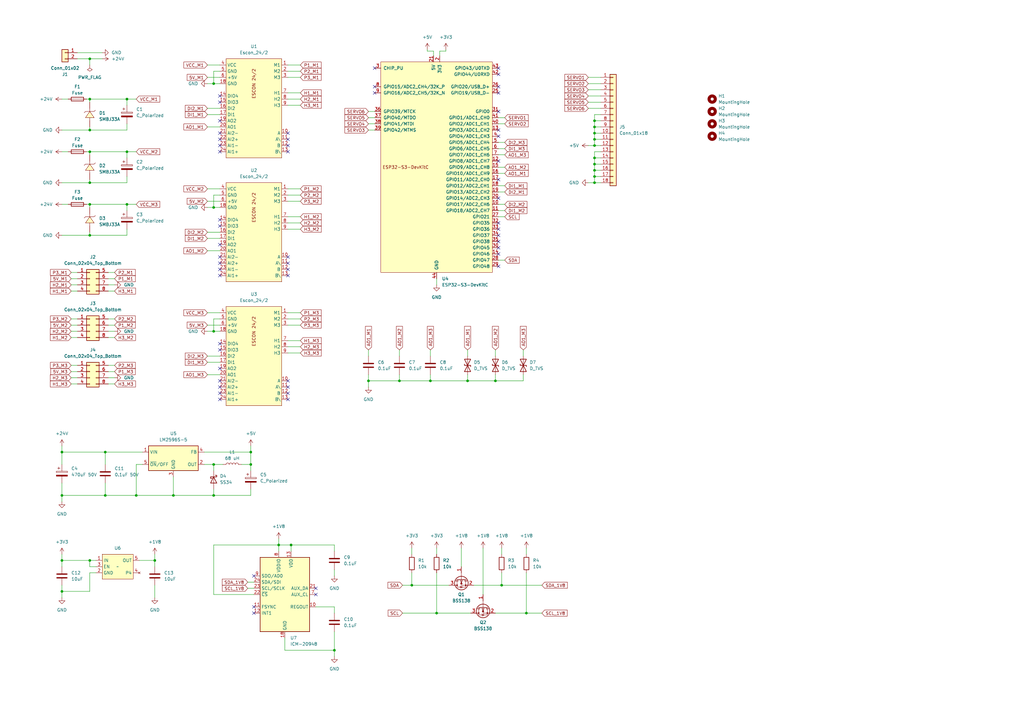
<source format=kicad_sch>
(kicad_sch (version 20230121) (generator eeschema)
  (paper "A3")
  (junction (at 36.83 40.64))
  (junction (at 243.84 54.61))
  (junction (at 43.18 185.42))
  (junction (at 87.63 190.5))
  (junction (at 215.9 251.46))
  (junction (at 25.4 203.2))
  (junction (at 119.38 223.52))
  (junction (at 243.84 49.53))
  (junction (at 151.13 156.21))
  (junction (at 52.07 62.23))
  (junction (at 87.63 34.29))
  (junction (at 71.12 203.2))
  (junction (at 25.4 185.42))
  (junction (at 243.84 69.85))
  (junction (at 36.83 24.13))
  (junction (at 191.77 156.21))
  (junction (at 243.84 72.39))
  (junction (at 243.84 52.07))
  (junction (at 87.63 85.09))
  (junction (at 63.5 229.87))
  (junction (at 176.53 156.21))
  (junction (at 102.87 190.5))
  (junction (at 243.84 57.15))
  (junction (at 163.83 156.21))
  (junction (at 205.74 240.03))
  (junction (at 114.3 223.52))
  (junction (at 36.83 229.87))
  (junction (at 243.84 64.77))
  (junction (at 243.84 67.31))
  (junction (at 25.4 229.87))
  (junction (at 52.07 83.82))
  (junction (at 243.84 59.69))
  (junction (at 168.91 240.03))
  (junction (at 36.83 74.93))
  (junction (at 102.87 185.42))
  (junction (at 43.18 203.2))
  (junction (at 179.07 251.46))
  (junction (at 87.63 135.89))
  (junction (at 55.88 203.2))
  (junction (at 36.83 62.23))
  (junction (at 36.83 83.82))
  (junction (at 36.83 53.34))
  (junction (at 25.4 242.57))
  (junction (at 36.83 96.52))
  (junction (at 87.63 203.2))
  (junction (at 52.07 40.64))
  (junction (at 137.16 266.7))
  (junction (at 203.2 156.21))
  (junction (at 243.84 74.93))
  (no_connect (at 118.11 107.95))
  (no_connect (at 204.47 30.48))
  (no_connect (at 204.47 73.66))
  (no_connect (at 104.14 248.92))
  (no_connect (at 204.47 45.72))
  (no_connect (at 90.17 161.29))
  (no_connect (at 118.11 156.21))
  (no_connect (at 90.17 110.49))
  (no_connect (at 90.17 158.75))
  (no_connect (at 90.17 49.53))
  (no_connect (at 118.11 110.49))
  (no_connect (at 90.17 156.21))
  (no_connect (at 204.47 101.6))
  (no_connect (at 129.54 243.84))
  (no_connect (at 90.17 105.41))
  (no_connect (at 90.17 59.69))
  (no_connect (at 104.14 251.46))
  (no_connect (at 118.11 54.61))
  (no_connect (at 118.11 113.03))
  (no_connect (at 90.17 57.15))
  (no_connect (at 204.47 99.06))
  (no_connect (at 90.17 54.61))
  (no_connect (at 90.17 143.51))
  (no_connect (at 90.17 107.95))
  (no_connect (at 90.17 113.03))
  (no_connect (at 204.47 93.98))
  (no_connect (at 204.47 55.88))
  (no_connect (at 204.47 109.22))
  (no_connect (at 118.11 105.41))
  (no_connect (at 90.17 62.23))
  (no_connect (at 129.54 241.3))
  (no_connect (at 204.47 38.1))
  (no_connect (at 204.47 96.52))
  (no_connect (at 118.11 57.15))
  (no_connect (at 90.17 100.33))
  (no_connect (at 204.47 35.56))
  (no_connect (at 204.47 53.34))
  (no_connect (at 204.47 27.94))
  (no_connect (at 104.14 236.22))
  (no_connect (at 90.17 140.97))
  (no_connect (at 90.17 92.71))
  (no_connect (at 118.11 163.83))
  (no_connect (at 153.67 35.56))
  (no_connect (at 90.17 41.91))
  (no_connect (at 90.17 39.37))
  (no_connect (at 118.11 161.29))
  (no_connect (at 204.47 91.44))
  (no_connect (at 204.47 66.04))
  (no_connect (at 204.47 81.28))
  (no_connect (at 153.67 38.1))
  (no_connect (at 90.17 151.13))
  (no_connect (at 118.11 62.23))
  (no_connect (at 204.47 104.14))
  (no_connect (at 90.17 163.83))
  (no_connect (at 153.67 27.94))
  (no_connect (at 118.11 158.75))
  (no_connect (at 118.11 59.69))
  (no_connect (at 90.17 90.17))
  (wire (pts (xy 204.47 86.36) (xy 207.01 86.36)))
  (wire (pts (xy 179.07 114.3) (xy 179.07 116.84)))
  (wire (pts (xy 29.21 135.89) (xy 31.75 135.89)))
  (wire (pts (xy 203.2 251.46) (xy 215.9 251.46)))
  (wire (pts (xy 87.63 135.89) (xy 90.17 135.89)))
  (wire (pts (xy 241.3 59.69) (xy 243.84 59.69)))
  (wire (pts (xy 114.3 220.98) (xy 114.3 223.52)))
  (wire (pts (xy 204.47 50.8) (xy 207.01 50.8)))
  (wire (pts (xy 63.5 227.33) (xy 63.5 229.87)))
  (wire (pts (xy 29.21 114.3) (xy 31.75 114.3)))
  (wire (pts (xy 176.53 153.67) (xy 176.53 156.21)))
  (wire (pts (xy 44.45 133.35) (xy 46.99 133.35)))
  (wire (pts (xy 243.84 69.85) (xy 243.84 72.39)))
  (wire (pts (xy 85.09 31.75) (xy 90.17 31.75)))
  (wire (pts (xy 29.21 119.38) (xy 31.75 119.38)))
  (wire (pts (xy 52.07 62.23) (xy 55.88 62.23)))
  (wire (pts (xy 25.4 198.12) (xy 25.4 203.2)))
  (wire (pts (xy 52.07 64.77) (xy 52.07 62.23)))
  (wire (pts (xy 114.3 223.52) (xy 114.3 226.06)))
  (wire (pts (xy 241.3 36.83) (xy 246.38 36.83)))
  (wire (pts (xy 203.2 153.67) (xy 203.2 156.21)))
  (wire (pts (xy 83.82 190.5) (xy 87.63 190.5)))
  (wire (pts (xy 36.83 74.93) (xy 52.07 74.93)))
  (wire (pts (xy 85.09 85.09) (xy 87.63 85.09)))
  (wire (pts (xy 194.31 240.03) (xy 205.74 240.03)))
  (wire (pts (xy 198.12 224.79) (xy 198.12 243.84)))
  (wire (pts (xy 119.38 226.06) (xy 119.38 223.52)))
  (wire (pts (xy 179.07 224.79) (xy 179.07 227.33)))
  (wire (pts (xy 58.42 190.5) (xy 55.88 190.5)))
  (wire (pts (xy 102.87 182.88) (xy 102.87 185.42)))
  (wire (pts (xy 55.88 190.5) (xy 55.88 203.2)))
  (wire (pts (xy 35.56 40.64) (xy 36.83 40.64)))
  (wire (pts (xy 204.47 68.58) (xy 207.01 68.58)))
  (wire (pts (xy 36.83 62.23) (xy 52.07 62.23)))
  (wire (pts (xy 52.07 43.18) (xy 52.07 40.64)))
  (wire (pts (xy 204.47 63.5) (xy 207.01 63.5)))
  (wire (pts (xy 118.11 139.7) (xy 123.19 139.7)))
  (wire (pts (xy 52.07 83.82) (xy 55.88 83.82)))
  (wire (pts (xy 175.26 20.955) (xy 177.8 20.955)))
  (wire (pts (xy 137.16 233.68) (xy 137.16 236.22)))
  (wire (pts (xy 137.16 248.92) (xy 137.16 251.46)))
  (wire (pts (xy 102.87 203.2) (xy 87.63 203.2)))
  (wire (pts (xy 246.38 72.39) (xy 243.84 72.39)))
  (wire (pts (xy 189.23 224.79) (xy 189.23 232.41)))
  (wire (pts (xy 243.84 49.53) (xy 243.84 46.99)))
  (wire (pts (xy 137.16 226.06) (xy 137.16 223.52)))
  (wire (pts (xy 44.45 114.3) (xy 46.99 114.3)))
  (wire (pts (xy 52.07 86.36) (xy 52.07 83.82)))
  (wire (pts (xy 36.83 83.82) (xy 36.83 85.09)))
  (wire (pts (xy 191.77 153.67) (xy 191.77 156.21)))
  (wire (pts (xy 85.09 128.27) (xy 90.17 128.27)))
  (wire (pts (xy 44.45 116.84) (xy 46.99 116.84)))
  (wire (pts (xy 246.38 54.61) (xy 243.84 54.61)))
  (wire (pts (xy 118.11 38.1) (xy 123.19 38.1)))
  (wire (pts (xy 118.11 128.27) (xy 123.19 128.27)))
  (wire (pts (xy 176.53 143.51) (xy 176.53 146.05)))
  (wire (pts (xy 36.83 40.64) (xy 36.83 41.91)))
  (wire (pts (xy 25.4 240.03) (xy 25.4 242.57)))
  (wire (pts (xy 205.74 234.95) (xy 205.74 240.03)))
  (wire (pts (xy 243.84 46.99) (xy 246.38 46.99)))
  (wire (pts (xy 137.16 266.7) (xy 137.16 269.24)))
  (wire (pts (xy 163.83 156.21) (xy 176.53 156.21)))
  (wire (pts (xy 165.1 251.46) (xy 179.07 251.46)))
  (wire (pts (xy 246.38 59.69) (xy 243.84 59.69)))
  (wire (pts (xy 85.09 34.29) (xy 87.63 34.29)))
  (wire (pts (xy 29.21 157.48) (xy 31.75 157.48)))
  (wire (pts (xy 243.84 52.07) (xy 243.84 49.53)))
  (wire (pts (xy 118.11 130.81) (xy 123.19 130.81)))
  (wire (pts (xy 246.38 49.53) (xy 243.84 49.53)))
  (wire (pts (xy 52.07 50.8) (xy 52.07 53.34)))
  (wire (pts (xy 241.3 34.29) (xy 246.38 34.29)))
  (wire (pts (xy 151.13 50.8) (xy 153.67 50.8)))
  (wire (pts (xy 246.38 67.31) (xy 243.84 67.31)))
  (wire (pts (xy 118.11 26.67) (xy 123.19 26.67)))
  (wire (pts (xy 29.21 130.81) (xy 31.75 130.81)))
  (wire (pts (xy 25.4 229.87) (xy 25.4 232.41)))
  (wire (pts (xy 241.3 74.93) (xy 243.84 74.93)))
  (wire (pts (xy 52.07 72.39) (xy 52.07 74.93)))
  (wire (pts (xy 163.83 143.51) (xy 163.83 146.05)))
  (wire (pts (xy 246.38 74.93) (xy 243.84 74.93)))
  (wire (pts (xy 182.88 20.955) (xy 180.34 20.955)))
  (wire (pts (xy 116.84 266.7) (xy 137.16 266.7)))
  (wire (pts (xy 129.54 248.92) (xy 137.16 248.92)))
  (wire (pts (xy 204.47 83.82) (xy 207.01 83.82)))
  (wire (pts (xy 118.11 77.47) (xy 123.19 77.47)))
  (wire (pts (xy 87.63 190.5) (xy 91.44 190.5)))
  (wire (pts (xy 168.91 224.79) (xy 168.91 227.33)))
  (wire (pts (xy 168.91 234.95) (xy 168.91 240.03)))
  (wire (pts (xy 203.2 143.51) (xy 203.2 146.05)))
  (wire (pts (xy 39.37 232.41) (xy 36.83 232.41)))
  (wire (pts (xy 85.09 135.89) (xy 87.63 135.89)))
  (wire (pts (xy 44.45 149.86) (xy 46.99 149.86)))
  (wire (pts (xy 29.21 111.76) (xy 31.75 111.76)))
  (wire (pts (xy 204.47 106.68) (xy 207.01 106.68)))
  (wire (pts (xy 204.47 60.96) (xy 207.01 60.96)))
  (wire (pts (xy 191.77 156.21) (xy 203.2 156.21)))
  (wire (pts (xy 25.4 203.2) (xy 43.18 203.2)))
  (wire (pts (xy 241.3 44.45) (xy 246.38 44.45)))
  (wire (pts (xy 85.09 146.05) (xy 90.17 146.05)))
  (wire (pts (xy 116.84 261.62) (xy 116.84 266.7)))
  (wire (pts (xy 118.11 144.78) (xy 123.19 144.78)))
  (wire (pts (xy 36.83 234.95) (xy 36.83 242.57)))
  (wire (pts (xy 85.09 95.25) (xy 90.17 95.25)))
  (wire (pts (xy 29.21 116.84) (xy 31.75 116.84)))
  (wire (pts (xy 182.88 20.32) (xy 182.88 20.955)))
  (wire (pts (xy 87.63 80.01) (xy 87.63 85.09)))
  (wire (pts (xy 25.4 96.52) (xy 36.83 96.52)))
  (wire (pts (xy 85.09 102.87) (xy 90.17 102.87)))
  (wire (pts (xy 43.18 185.42) (xy 58.42 185.42)))
  (wire (pts (xy 151.13 53.34) (xy 153.67 53.34)))
  (wire (pts (xy 85.09 97.79) (xy 90.17 97.79)))
  (wire (pts (xy 25.4 83.82) (xy 27.94 83.82)))
  (wire (pts (xy 71.12 195.58) (xy 71.12 203.2)))
  (wire (pts (xy 57.15 229.87) (xy 63.5 229.87)))
  (wire (pts (xy 243.84 72.39) (xy 243.84 74.93)))
  (wire (pts (xy 243.84 59.69) (xy 243.84 57.15)))
  (wire (pts (xy 90.17 29.21) (xy 87.63 29.21)))
  (wire (pts (xy 36.83 52.07) (xy 36.83 53.34)))
  (wire (pts (xy 43.18 198.12) (xy 43.18 203.2)))
  (wire (pts (xy 52.07 40.64) (xy 55.88 40.64)))
  (wire (pts (xy 36.83 232.41) (xy 36.83 229.87)))
  (wire (pts (xy 205.74 240.03) (xy 222.25 240.03)))
  (wire (pts (xy 177.8 20.955) (xy 177.8 22.86)))
  (wire (pts (xy 137.16 259.08) (xy 137.16 266.7)))
  (wire (pts (xy 191.77 143.51) (xy 191.77 146.05)))
  (wire (pts (xy 36.83 53.34) (xy 52.07 53.34)))
  (wire (pts (xy 204.47 76.2) (xy 207.01 76.2)))
  (wire (pts (xy 90.17 130.81) (xy 87.63 130.81)))
  (wire (pts (xy 25.4 62.23) (xy 27.94 62.23)))
  (wire (pts (xy 87.63 190.5) (xy 87.63 193.04)))
  (wire (pts (xy 102.87 200.66) (xy 102.87 203.2)))
  (wire (pts (xy 25.4 227.33) (xy 25.4 229.87)))
  (wire (pts (xy 25.4 185.42) (xy 43.18 185.42)))
  (wire (pts (xy 36.83 96.52) (xy 52.07 96.52)))
  (wire (pts (xy 36.83 62.23) (xy 36.83 63.5)))
  (wire (pts (xy 63.5 240.03) (xy 63.5 245.11)))
  (wire (pts (xy 44.45 130.81) (xy 46.99 130.81)))
  (wire (pts (xy 176.53 156.21) (xy 191.77 156.21)))
  (wire (pts (xy 165.1 240.03) (xy 168.91 240.03)))
  (wire (pts (xy 25.4 74.93) (xy 36.83 74.93)))
  (wire (pts (xy 119.38 223.52) (xy 114.3 223.52)))
  (wire (pts (xy 118.11 88.9) (xy 123.19 88.9)))
  (wire (pts (xy 83.82 185.42) (xy 102.87 185.42)))
  (wire (pts (xy 87.63 200.66) (xy 87.63 203.2)))
  (wire (pts (xy 25.4 40.64) (xy 27.94 40.64)))
  (wire (pts (xy 246.38 64.77) (xy 243.84 64.77)))
  (wire (pts (xy 175.26 20.32) (xy 175.26 20.955)))
  (wire (pts (xy 243.84 54.61) (xy 243.84 52.07)))
  (wire (pts (xy 180.34 20.955) (xy 180.34 22.86)))
  (wire (pts (xy 29.21 138.43) (xy 31.75 138.43)))
  (wire (pts (xy 204.47 78.74) (xy 207.01 78.74)))
  (wire (pts (xy 85.09 52.07) (xy 90.17 52.07)))
  (wire (pts (xy 25.4 203.2) (xy 25.4 205.74)))
  (wire (pts (xy 25.4 53.34) (xy 36.83 53.34)))
  (wire (pts (xy 168.91 240.03) (xy 184.15 240.03)))
  (wire (pts (xy 35.56 83.82) (xy 36.83 83.82)))
  (wire (pts (xy 36.83 24.13) (xy 36.83 26.67)))
  (wire (pts (xy 85.09 133.35) (xy 90.17 133.35)))
  (wire (pts (xy 36.83 73.66) (xy 36.83 74.93)))
  (wire (pts (xy 246.38 57.15) (xy 243.84 57.15)))
  (wire (pts (xy 87.63 223.52) (xy 87.63 243.84)))
  (wire (pts (xy 85.09 82.55) (xy 90.17 82.55)))
  (wire (pts (xy 29.21 154.94) (xy 31.75 154.94)))
  (wire (pts (xy 25.4 185.42) (xy 25.4 190.5)))
  (wire (pts (xy 118.11 43.18) (xy 123.19 43.18)))
  (wire (pts (xy 36.83 229.87) (xy 39.37 229.87)))
  (wire (pts (xy 44.45 157.48) (xy 46.99 157.48)))
  (wire (pts (xy 118.11 82.55) (xy 123.19 82.55)))
  (wire (pts (xy 204.47 88.9) (xy 207.01 88.9)))
  (wire (pts (xy 44.45 152.4) (xy 46.99 152.4)))
  (wire (pts (xy 29.21 149.86) (xy 31.75 149.86)))
  (wire (pts (xy 85.09 46.99) (xy 90.17 46.99)))
  (wire (pts (xy 87.63 34.29) (xy 90.17 34.29)))
  (wire (pts (xy 246.38 69.85) (xy 243.84 69.85)))
  (wire (pts (xy 44.45 154.94) (xy 46.99 154.94)))
  (wire (pts (xy 87.63 29.21) (xy 87.63 34.29)))
  (wire (pts (xy 44.45 119.38) (xy 46.99 119.38)))
  (wire (pts (xy 102.87 190.5) (xy 102.87 193.04)))
  (wire (pts (xy 43.18 203.2) (xy 55.88 203.2)))
  (wire (pts (xy 215.9 234.95) (xy 215.9 251.46)))
  (wire (pts (xy 85.09 148.59) (xy 90.17 148.59)))
  (wire (pts (xy 215.9 251.46) (xy 222.25 251.46)))
  (wire (pts (xy 39.37 234.95) (xy 36.83 234.95)))
  (wire (pts (xy 36.83 95.25) (xy 36.83 96.52)))
  (wire (pts (xy 31.75 21.59) (xy 41.91 21.59)))
  (wire (pts (xy 151.13 143.51) (xy 151.13 146.05)))
  (wire (pts (xy 85.09 77.47) (xy 90.17 77.47)))
  (wire (pts (xy 243.84 64.77) (xy 243.84 62.23)))
  (wire (pts (xy 25.4 229.87) (xy 36.83 229.87)))
  (wire (pts (xy 151.13 156.21) (xy 151.13 158.75)))
  (wire (pts (xy 43.18 185.42) (xy 43.18 190.5)))
  (wire (pts (xy 243.84 62.23) (xy 246.38 62.23)))
  (wire (pts (xy 118.11 93.98) (xy 123.19 93.98)))
  (wire (pts (xy 246.38 52.07) (xy 243.84 52.07)))
  (wire (pts (xy 44.45 135.89) (xy 46.99 135.89)))
  (wire (pts (xy 204.47 71.12) (xy 207.01 71.12)))
  (wire (pts (xy 87.63 130.81) (xy 87.63 135.89)))
  (wire (pts (xy 87.63 243.84) (xy 104.14 243.84)))
  (wire (pts (xy 118.11 29.21) (xy 123.19 29.21)))
  (wire (pts (xy 151.13 48.26) (xy 153.67 48.26)))
  (wire (pts (xy 29.21 133.35) (xy 31.75 133.35)))
  (wire (pts (xy 44.45 138.43) (xy 46.99 138.43)))
  (wire (pts (xy 214.63 153.67) (xy 214.63 156.21)))
  (wire (pts (xy 85.09 26.67) (xy 90.17 26.67)))
  (wire (pts (xy 90.17 80.01) (xy 87.63 80.01)))
  (wire (pts (xy 204.47 48.26) (xy 207.01 48.26)))
  (wire (pts (xy 118.11 31.75) (xy 123.19 31.75)))
  (wire (pts (xy 179.07 251.46) (xy 193.04 251.46)))
  (wire (pts (xy 87.63 203.2) (xy 71.12 203.2)))
  (wire (pts (xy 205.74 224.79) (xy 205.74 227.33)))
  (wire (pts (xy 118.11 133.35) (xy 123.19 133.35)))
  (wire (pts (xy 241.3 41.91) (xy 246.38 41.91)))
  (wire (pts (xy 243.84 67.31) (xy 243.84 69.85)))
  (wire (pts (xy 114.3 223.52) (xy 87.63 223.52)))
  (wire (pts (xy 118.11 142.24) (xy 123.19 142.24)))
  (wire (pts (xy 71.12 203.2) (xy 55.88 203.2)))
  (wire (pts (xy 137.16 223.52) (xy 119.38 223.52)))
  (wire (pts (xy 36.83 83.82) (xy 52.07 83.82)))
  (wire (pts (xy 151.13 156.21) (xy 163.83 156.21)))
  (wire (pts (xy 243.84 64.77) (xy 243.84 67.31)))
  (wire (pts (xy 87.63 85.09) (xy 90.17 85.09)))
  (wire (pts (xy 85.09 153.67) (xy 90.17 153.67)))
  (wire (pts (xy 151.13 153.67) (xy 151.13 156.21)))
  (wire (pts (xy 99.06 190.5) (xy 102.87 190.5)))
  (wire (pts (xy 52.07 93.98) (xy 52.07 96.52)))
  (wire (pts (xy 179.07 234.95) (xy 179.07 251.46)))
  (wire (pts (xy 163.83 153.67) (xy 163.83 156.21)))
  (wire (pts (xy 44.45 111.76) (xy 46.99 111.76)))
  (wire (pts (xy 101.6 238.76) (xy 104.14 238.76)))
  (wire (pts (xy 118.11 40.64) (xy 123.19 40.64)))
  (wire (pts (xy 215.9 224.79) (xy 215.9 227.33)))
  (wire (pts (xy 85.09 44.45) (xy 90.17 44.45)))
  (wire (pts (xy 243.84 54.61) (xy 243.84 57.15)))
  (wire (pts (xy 29.21 152.4) (xy 31.75 152.4)))
  (wire (pts (xy 31.75 24.13) (xy 36.83 24.13)))
  (wire (pts (xy 241.3 39.37) (xy 246.38 39.37)))
  (wire (pts (xy 25.4 242.57) (xy 25.4 245.11)))
  (wire (pts (xy 25.4 242.57) (xy 36.83 242.57)))
  (wire (pts (xy 63.5 229.87) (xy 63.5 232.41)))
  (wire (pts (xy 101.6 241.3) (xy 104.14 241.3)))
  (wire (pts (xy 25.4 182.88) (xy 25.4 185.42)))
  (wire (pts (xy 35.56 62.23) (xy 36.83 62.23)))
  (wire (pts (xy 204.47 58.42) (xy 207.01 58.42)))
  (wire (pts (xy 36.83 40.64) (xy 52.07 40.64)))
  (wire (pts (xy 203.2 156.21) (xy 214.63 156.21)))
  (wire (pts (xy 118.11 80.01) (xy 123.19 80.01)))
  (wire (pts (xy 151.13 45.72) (xy 153.67 45.72)))
  (wire (pts (xy 214.63 143.51) (xy 214.63 146.05)))
  (wire (pts (xy 241.3 31.75) (xy 246.38 31.75)))
  (wire (pts (xy 118.11 91.44) (xy 123.19 91.44)))
  (wire (pts (xy 36.83 24.13) (xy 41.91 24.13)))
  (wire (pts (xy 102.87 190.5) (xy 102.87 185.42)))
  (global_label "H3_M1" (shape input) (at 123.19 43.18 0) (property "Intersheetrefs" "${INTERSHEET_REFS}" (effects hide)))
  (global_label "SDA_1V8" (shape input) (at 101.6 238.76 180) (property "Intersheetrefs" "${INTERSHEET_REFS}" (effects hide)))
  (global_label "P1_M2" (shape input) (at 123.19 77.47 0) (property "Intersheetrefs" "${INTERSHEET_REFS}" (effects hide)))
  (global_label "H1_M3" (shape input) (at 123.19 139.7 0) (property "Intersheetrefs" "${INTERSHEET_REFS}" (effects hide)))
  (global_label "VCC_M3" (shape input) (at 85.09 128.27 180) (property "Intersheetrefs" "${INTERSHEET_REFS}" (effects hide)))
  (global_label "P2_M3" (shape input) (at 46.99 149.86 0) (property "Intersheetrefs" "${INTERSHEET_REFS}" (effects hide)))
  (global_label "DI1_M3" (shape input) (at 85.09 148.59 180) (property "Intersheetrefs" "${INTERSHEET_REFS}" (effects hide)))
  (global_label "SERVO3" (shape input) (at 241.3 36.83 180) (property "Intersheetrefs" "${INTERSHEET_REFS}" (effects hide)))
  (global_label "P2_M2" (shape input) (at 46.99 130.81 0) (property "Intersheetrefs" "${INTERSHEET_REFS}" (effects hide)))
  (global_label "H1_M1" (shape input) (at 123.19 38.1 0) (property "Intersheetrefs" "${INTERSHEET_REFS}" (effects hide)))
  (global_label "SERVO5" (shape input) (at 241.3 41.91 180) (property "Intersheetrefs" "${INTERSHEET_REFS}" (effects hide)))
  (global_label "SCL_1V8" (shape input) (at 101.6 241.3 180) (property "Intersheetrefs" "${INTERSHEET_REFS}" (effects hide)))
  (global_label "P3_M3" (shape input) (at 29.21 149.86 180) (property "Intersheetrefs" "${INTERSHEET_REFS}" (effects hide)))
  (global_label "SERVO3" (shape input) (at 151.13 53.34 180) (property "Intersheetrefs" "${INTERSHEET_REFS}" (effects hide)))
  (global_label "AO1_M2" (shape input) (at 163.83 143.51 90) (property "Intersheetrefs" "${INTERSHEET_REFS}" (effects hide)))
  (global_label "H2_M2" (shape input) (at 123.19 91.44 0) (property "Intersheetrefs" "${INTERSHEET_REFS}" (effects hide)))
  (global_label "VCC_M2" (shape input) (at 55.88 62.23 0) (property "Intersheetrefs" "${INTERSHEET_REFS}" (effects hide)))
  (global_label "SDA" (shape input) (at 165.1 240.03 180) (property "Intersheetrefs" "${INTERSHEET_REFS}" (effects hide)))
  (global_label "DI2_M1" (shape input) (at 85.09 44.45 180) (property "Intersheetrefs" "${INTERSHEET_REFS}" (effects hide)))
  (global_label "AO1_M2" (shape input) (at 85.09 102.87 180) (property "Intersheetrefs" "${INTERSHEET_REFS}" (effects hide)))
  (global_label "H3_M2" (shape input) (at 123.19 93.98 0) (property "Intersheetrefs" "${INTERSHEET_REFS}" (effects hide)))
  (global_label "P3_M1" (shape input) (at 123.19 31.75 0) (property "Intersheetrefs" "${INTERSHEET_REFS}" (effects hide)))
  (global_label "P1_M1" (shape input) (at 46.99 114.3 0) (property "Intersheetrefs" "${INTERSHEET_REFS}" (effects hide)))
  (global_label "5V_M2" (shape input) (at 29.21 133.35 180) (property "Intersheetrefs" "${INTERSHEET_REFS}" (effects hide)))
  (global_label "SERVO1" (shape input) (at 207.01 48.26 0) (property "Intersheetrefs" "${INTERSHEET_REFS}" (effects hide)))
  (global_label "SERVO1" (shape input) (at 241.3 31.75 180) (property "Intersheetrefs" "${INTERSHEET_REFS}" (effects hide)))
  (global_label "SCL" (shape input) (at 165.1 251.46 180) (property "Intersheetrefs" "${INTERSHEET_REFS}" (effects hide)))
  (global_label "DI1_M2" (shape input) (at 85.09 97.79 180) (property "Intersheetrefs" "${INTERSHEET_REFS}" (effects hide)))
  (global_label "H1_M2" (shape input) (at 123.19 88.9 0) (property "Intersheetrefs" "${INTERSHEET_REFS}" (effects hide)))
  (global_label "SCL_1V8" (shape input) (at 222.25 251.46 0) (property "Intersheetrefs" "${INTERSHEET_REFS}" (effects hide)))
  (global_label "AO1_M1" (shape input) (at 207.01 71.12 0) (property "Intersheetrefs" "${INTERSHEET_REFS}" (effects hide)))
  (global_label "AO1_M1" (shape input) (at 85.09 52.07 180) (property "Intersheetrefs" "${INTERSHEET_REFS}" (effects hide)))
  (global_label "AO1_M3" (shape input) (at 207.01 63.5 0) (property "Intersheetrefs" "${INTERSHEET_REFS}" (effects hide)))
  (global_label "SERVO6" (shape input) (at 151.13 45.72 180) (property "Intersheetrefs" "${INTERSHEET_REFS}" (effects hide)))
  (global_label "P3_M2" (shape input) (at 123.19 82.55 0) (property "Intersheetrefs" "${INTERSHEET_REFS}" (effects hide)))
  (global_label "H2_M3" (shape input) (at 29.21 154.94 180) (property "Intersheetrefs" "${INTERSHEET_REFS}" (effects hide)))
  (global_label "H1_M1" (shape input) (at 29.21 119.38 180) (property "Intersheetrefs" "${INTERSHEET_REFS}" (effects hide)))
  (global_label "5V_M2" (shape input) (at 85.09 82.55 180) (property "Intersheetrefs" "${INTERSHEET_REFS}" (effects hide)))
  (global_label "H2_M1" (shape input) (at 123.19 40.64 0) (property "Intersheetrefs" "${INTERSHEET_REFS}" (effects hide)))
  (global_label "P2_M3" (shape input) (at 123.19 130.81 0) (property "Intersheetrefs" "${INTERSHEET_REFS}" (effects hide)))
  (global_label "SCL" (shape input) (at 207.01 88.9 0) (property "Intersheetrefs" "${INTERSHEET_REFS}" (effects hide)))
  (global_label "5V_M1" (shape input) (at 29.21 114.3 180) (property "Intersheetrefs" "${INTERSHEET_REFS}" (effects hide)))
  (global_label "P2_M1" (shape input) (at 123.19 29.21 0) (property "Intersheetrefs" "${INTERSHEET_REFS}" (effects hide)))
  (global_label "P1_M3" (shape input) (at 123.19 128.27 0) (property "Intersheetrefs" "${INTERSHEET_REFS}" (effects hide)))
  (global_label "VCC_M1" (shape input) (at 55.88 40.64 0) (property "Intersheetrefs" "${INTERSHEET_REFS}" (effects hide)))
  (global_label "SERVO2" (shape input) (at 241.3 34.29 180) (property "Intersheetrefs" "${INTERSHEET_REFS}" (effects hide)))
  (global_label "SDA_1V8" (shape input) (at 222.25 240.03 0) (property "Intersheetrefs" "${INTERSHEET_REFS}" (effects hide)))
  (global_label "P1_M2" (shape input) (at 46.99 133.35 0) (property "Intersheetrefs" "${INTERSHEET_REFS}" (effects hide)))
  (global_label "5V_M3" (shape input) (at 85.09 133.35 180) (property "Intersheetrefs" "${INTERSHEET_REFS}" (effects hide)))
  (global_label "H3_M2" (shape input) (at 46.99 138.43 0) (property "Intersheetrefs" "${INTERSHEET_REFS}" (effects hide)))
  (global_label "AO1_M1" (shape input) (at 151.13 143.51 90) (property "Intersheetrefs" "${INTERSHEET_REFS}" (effects hide)))
  (global_label "P1_M1" (shape input) (at 123.19 26.67 0) (property "Intersheetrefs" "${INTERSHEET_REFS}" (effects hide)))
  (global_label "H1_M2" (shape input) (at 29.21 138.43 180) (property "Intersheetrefs" "${INTERSHEET_REFS}" (effects hide)))
  (global_label "H3_M3" (shape input) (at 123.19 144.78 0) (property "Intersheetrefs" "${INTERSHEET_REFS}" (effects hide)))
  (global_label "P2_M1" (shape input) (at 46.99 111.76 0) (property "Intersheetrefs" "${INTERSHEET_REFS}" (effects hide)))
  (global_label "DI2_M3" (shape input) (at 207.01 58.42 0) (property "Intersheetrefs" "${INTERSHEET_REFS}" (effects hide)))
  (global_label "SERVO6" (shape input) (at 241.3 44.45 180) (property "Intersheetrefs" "${INTERSHEET_REFS}" (effects hide)))
  (global_label "AO1_M1" (shape input) (at 191.77 143.51 90) (property "Intersheetrefs" "${INTERSHEET_REFS}" (effects hide)))
  (global_label "AO1_M2" (shape input) (at 203.2 143.51 90) (property "Intersheetrefs" "${INTERSHEET_REFS}" (effects hide)))
  (global_label "SERVO4" (shape input) (at 241.3 39.37 180) (property "Intersheetrefs" "${INTERSHEET_REFS}" (effects hide)))
  (global_label "VCC_M3" (shape input) (at 55.88 83.82 0) (property "Intersheetrefs" "${INTERSHEET_REFS}" (effects hide)))
  (global_label "P3_M1" (shape input) (at 29.21 111.76 180) (property "Intersheetrefs" "${INTERSHEET_REFS}" (effects hide)))
  (global_label "H2_M2" (shape input) (at 29.21 135.89 180) (property "Intersheetrefs" "${INTERSHEET_REFS}" (effects hide)))
  (global_label "5V_M1" (shape input) (at 85.09 31.75 180) (property "Intersheetrefs" "${INTERSHEET_REFS}" (effects hide)))
  (global_label "AO1_M3" (shape input) (at 214.63 143.51 90) (property "Intersheetrefs" "${INTERSHEET_REFS}" (effects hide)))
  (global_label "SDA" (shape input) (at 207.01 106.68 0) (property "Intersheetrefs" "${INTERSHEET_REFS}" (effects hide)))
  (global_label "DI2_M1" (shape input) (at 207.01 78.74 0) (property "Intersheetrefs" "${INTERSHEET_REFS}" (effects hide)))
  (global_label "H1_M3" (shape input) (at 29.21 157.48 180) (property "Intersheetrefs" "${INTERSHEET_REFS}" (effects hide)))
  (global_label "5V_M3" (shape input) (at 29.21 152.4 180) (property "Intersheetrefs" "${INTERSHEET_REFS}" (effects hide)))
  (global_label "SERVO2" (shape input) (at 207.01 50.8 0) (property "Intersheetrefs" "${INTERSHEET_REFS}" (effects hide)))
  (global_label "SERVO5" (shape input) (at 151.13 48.26 180) (property "Intersheetrefs" "${INTERSHEET_REFS}" (effects hide)))
  (global_label "H3_M3" (shape input) (at 46.99 157.48 0) (property "Intersheetrefs" "${INTERSHEET_REFS}" (effects hide)))
  (global_label "DI1_M3" (shape input) (at 207.01 60.96 0) (property "Intersheetrefs" "${INTERSHEET_REFS}" (effects hide)))
  (global_label "P1_M3" (shape input) (at 46.99 152.4 0) (property "Intersheetrefs" "${INTERSHEET_REFS}" (effects hide)))
  (global_label "H2_M3" (shape input) (at 123.19 142.24 0) (property "Intersheetrefs" "${INTERSHEET_REFS}" (effects hide)))
  (global_label "VCC_M2" (shape input) (at 85.09 77.47 180) (property "Intersheetrefs" "${INTERSHEET_REFS}" (effects hide)))
  (global_label "AO1_M3" (shape input) (at 176.53 143.51 90) (property "Intersheetrefs" "${INTERSHEET_REFS}" (effects hide)))
  (global_label "AO1_M3" (shape input) (at 85.09 153.67 180) (property "Intersheetrefs" "${INTERSHEET_REFS}" (effects hide)))
  (global_label "P2_M2" (shape input) (at 123.19 80.01 0) (property "Intersheetrefs" "${INTERSHEET_REFS}" (effects hide)))
  (global_label "DI1_M2" (shape input) (at 207.01 86.36 0) (property "Intersheetrefs" "${INTERSHEET_REFS}" (effects hide)))
  (global_label "DI2_M2" (shape input) (at 207.01 83.82 0) (property "Intersheetrefs" "${INTERSHEET_REFS}" (effects hide)))
  (global_label "H3_M1" (shape input) (at 46.99 119.38 0) (property "Intersheetrefs" "${INTERSHEET_REFS}" (effects hide)))
  (global_label "P3_M2" (shape input) (at 29.21 130.81 180) (property "Intersheetrefs" "${INTERSHEET_REFS}" (effects hide)))
  (global_label "SERVO4" (shape input) (at 151.13 50.8 180) (property "Intersheetrefs" "${INTERSHEET_REFS}" (effects hide)))
  (global_label "DI2_M3" (shape input) (at 85.09 146.05 180) (property "Intersheetrefs" "${INTERSHEET_REFS}" (effects hide)))
  (global_label "VCC_M1" (shape input) (at 85.09 26.67 180) (property "Intersheetrefs" "${INTERSHEET_REFS}" (effects hide)))
  (global_label "DI1_M1" (shape input) (at 207.01 76.2 0) (property "Intersheetrefs" "${INTERSHEET_REFS}" (effects hide)))
  (global_label "H2_M1" (shape input) (at 29.21 116.84 180) (property "Intersheetrefs" "${INTERSHEET_REFS}" (effects hide)))
  (global_label "AO1_M2" (shape input) (at 207.01 68.58 0) (property "Intersheetrefs" "${INTERSHEET_REFS}" (effects hide)))
  (global_label "DI2_M2" (shape input) (at 85.09 95.25 180) (property "Intersheetrefs" "${INTERSHEET_REFS}" (effects hide)))
  (global_label "P3_M3" (shape input) (at 123.19 133.35 0) (property "Intersheetrefs" "${INTERSHEET_REFS}" (effects hide)))
  (global_label "DI1_M1" (shape input) (at 85.09 46.99 180) (property "Intersheetrefs" "${INTERSHEET_REFS}" (effects hide)))
  (symbol (lib_id "Device:R") (at 168.91 231.14 0) (unit 1)
    (property "Reference" "R1" (at 171.45 229.87 0) (effects (justify left)))
    (property "Value" "10k" (at 171.45 232.41 0) (effects (justify left)))
    (property "Footprint" "Resistor_SMD:R_0603_1608Metric" (effects hide))
  )
  (symbol (lib_id "power:+1V8") (at 189.23 224.79 0) (unit 1)
    (property "Reference" "#PWR07" (effects hide))
    (property "Value" "+1V8" (at 189.23 219.71 0))
  )
  (symbol (lib_id "Device:R") (at 215.9 231.14 0) (unit 1)
    (property "Reference" "R4" (at 218.4993 229.87 0) (effects (justify left)))
    (property "Value" "10k" (at 218.4993 232.41 0) (effects (justify left)))
    (property "Footprint" "Resistor_SMD:R_0603_1608Metric" (effects hide))
  )
  (symbol (lib_id "Diode:1N5822") (at 87.63 196.85 270) (unit 1)
    (property "Reference" "D4" (at 90.17 195.2625 90) (effects (justify left)))
    (property "Value" "SS34" (at 90.17 197.8025 90) (effects (justify left)))
    (property "Footprint" "Diode_SMD:D_SOD-123F" (effects hide))
    (property "Datasheet" "http://www.vishay.com/docs/88526/1n5820.pdf" (effects hide))
  )
  (symbol (lib_id "Regulator_Switching:LM2596S-5") (at 71.12 187.96 0) (unit 1)
    (property "Reference" "U5" (at 71.12 177.8 0))
    (property "Value" "LM2596S-5" (at 71.12 180.34 0))
    (property "Footprint" "Package_TO_SOT_SMD:TO-263-5_TabPin3" (effects hide))
    (property "Datasheet" "http://www.ti.com/lit/ds/symlink/lm2596.pdf" (effects hide))
  )
  (symbol (lib_id "cube-motherboard:MIC5225-1.8V") (at 48.26 232.41 0) (unit 1)
    (property "Reference" "U6" (at 48.26 224.79 0))
    (property "Value" "~" (at 48.26 232.41 0))
    (property "Footprint" "Package_TO_SOT_SMD:SOT-23-5" (effects hide))
  )
  (symbol (lib_id "Device:C") (at 25.4 236.22 0) (unit 1)
    (property "Reference" "C12" (at 29.21 234.95 0) (effects (justify left)))
    (property "Value" "10uF" (at 29.21 237.49 0) (effects (justify left)))
    (property "Footprint" "Capacitor_SMD:C_0603_1608Metric" (effects hide))
  )
  (symbol (lib_id "power:+5V") (at 175.26 20.32 0) (unit 1)
    (property "Reference" "#PWR027" (effects hide))
    (property "Value" "+5V" (at 175.26 15.24 0))
  )
  (symbol (lib_id "power:GND") (at 137.16 236.22 0) (unit 1)
    (property "Reference" "#PWR015" (effects hide))
    (property "Value" "GND" (at 137.16 241.3 0))
  )
  (symbol (lib_name "SMBJ33A_1") (lib_id "cube-motherboard:SMBJ33A") (at 36.83 68.58 270) (unit 1)
    (property "Reference" "D2" (at 40.64 67.945 90) (effects (justify left)))
    (property "Value" "SMBJ33A" (at 40.64 70.485 90) (effects (justify left)))
    (property "Footprint" "cube-motherboard:SMB_L4.4-W3.6-LS5.4-RD" (effects hide))
  )
  (symbol (lib_id "Connector_Generic:Conn_02x04_Top_Bottom") (at 36.83 133.35 0) (unit 1)
    (property "Reference" "J3" (at 38.1 124.46 0))
    (property "Value" "Conn_02x04_Top_Bottom" (at 38.1 127 0))
    (property "Footprint" "Connector_Molex:Molex_Mini-Fit_Jr_5566-08A_2x04_P4.20mm_Vertical" (effects hide))
  )
  (symbol (lib_id "power:GND") (at 85.09 85.09 270) (unit 1)
    (property "Reference" "#PWR030" (effects hide))
    (property "Value" "GND" (at 81.28 85.09 90) (effects (justify right)))
  )
  (symbol (lib_id "power:+1V8") (at 215.9 224.79 0) (unit 1)
    (property "Reference" "#PWR012" (effects hide))
    (property "Value" "+1V8" (at 215.9 219.71 0))
  )
  (symbol (lib_id "power:GND") (at 46.99 116.84 90) (unit 1)
    (property "Reference" "#PWR034" (effects hide))
    (property "Value" "GND" (at 50.8 116.84 90) (effects (justify right)))
  )
  (symbol (lib_id "Device:C") (at 163.83 149.86 0) (unit 1)
    (property "Reference" "C7" (at 167.64 148.59 0) (effects (justify left)))
    (property "Value" "0.1uF" (at 167.64 151.13 0) (effects (justify left)))
    (property "Footprint" "Capacitor_SMD:C_0603_1608Metric" (effects hide))
  )
  (symbol (lib_id "power:GND") (at 151.13 158.75 0) (unit 1)
    (property "Reference" "#PWR029" (effects hide))
    (property "Value" "GND" (at 151.13 163.83 0))
  )
  (symbol (lib_id "Connector_Generic:Conn_02x04_Top_Bottom") (at 36.83 114.3 0) (unit 1)
    (property "Reference" "J2" (at 38.1 105.41 0))
    (property "Value" "Conn_02x04_Top_Bottom" (at 38.1 107.95 0))
    (property "Footprint" "Connector_Molex:Molex_Mini-Fit_Jr_5566-08A_2x04_P4.20mm_Vertical" (effects hide))
  )
  (symbol (lib_id "power:GND") (at 241.3 74.93 270) (unit 1)
    (property "Reference" "#PWR026" (effects hide))
    (property "Value" "GND" (at 237.49 74.93 90) (effects (justify right)))
  )
  (symbol (lib_id "Mechanical:MountingHole") (at 292.1 55.88 0) (unit 1)
    (property "Reference" "H4" (at 294.64 54.61 0) (effects (justify left)))
    (property "Value" "MountingHole" (at 294.64 57.15 0) (effects (justify left)))
    (property "Footprint" "MountingHole:MountingHole_3.2mm_M3_DIN965_Pad" (effects hide))
  )
  (symbol (lib_id "power:GND") (at 137.16 269.24 0) (unit 1)
    (property "Reference" "#PWR013" (effects hide))
    (property "Value" "GND" (at 137.16 274.32 0))
  )
  (symbol (lib_id "Device:Fuse") (at 31.75 83.82 90) (unit 1)
    (property "Reference" "F3" (at 31.75 78.74 90))
    (property "Value" "Fuse" (at 31.75 81.28 90))
    (property "Footprint" "cube-motherboard:Littelfuse 0157004.DR" (effects hide))
  )
  (symbol (lib_id "power:PWR_FLAG") (at 36.83 26.67 180) (unit 1)
    (property "Reference" "#FLG01" (effects hide))
    (property "Value" "PWR_FLAG" (at 36.83 31.75 0))
  )
  (symbol (lib_id "Connector_Generic:Conn_02x04_Top_Bottom") (at 36.83 152.4 0) (unit 1)
    (property "Reference" "J4" (at 38.1 143.51 0))
    (property "Value" "Conn_02x04_Top_Bottom" (at 38.1 146.05 0))
    (property "Footprint" "Connector_Molex:Molex_Mini-Fit_Jr_5566-08A_2x04_P4.20mm_Vertical" (effects hide))
  )
  (symbol (lib_id "power:+1V8") (at 63.5 227.33 0) (unit 1)
    (property "Reference" "#PWR02" (effects hide))
    (property "Value" "+1V8" (at 63.5 222.25 0))
  )
  (symbol (lib_id "power:+3V3") (at 179.07 224.79 0) (unit 1)
    (property "Reference" "#PWR010" (effects hide))
    (property "Value" "+3V3" (at 179.07 219.71 0))
  )
  (symbol (lib_id "Device:D_TVS") (at 214.63 149.86 90) (unit 1)
    (property "Reference" "D7" (at 217.17 148.59 90) (effects (justify right)))
    (property "Value" "D_TVS" (at 217.17 151.13 90) (effects (justify right)))
    (property "Footprint" "Diode_SMD:D_0402_1005Metric" (effects hide))
  )
  (symbol (lib_id "Device:C_Polarized") (at 52.07 90.17 0) (unit 1)
    (property "Reference" "C3" (at 55.88 88.011 0) (effects (justify left)))
    (property "Value" "C_Polarized" (at 55.88 90.551 0) (effects (justify left)))
    (property "Footprint" "Capacitor_THT:CP_Radial_D12.5mm_P5.00mm" (effects hide))
  )
  (symbol (lib_id "cube-motherboard:Escon_24/2") (at 104.14 146.05 0) (unit 1)
    (property "Reference" "U3" (at 104.14 120.65 0))
    (property "Value" "Escon_24/2" (at 104.14 123.19 0))
    (property "Footprint" "cube-motherboard:Escon_24" (effects hide))
  )
  (symbol (lib_id "power:GND") (at 25.4 205.74 0) (unit 1)
    (property "Reference" "#PWR05" (effects hide))
    (property "Value" "GND" (at 25.4 210.82 0))
  )
  (symbol (lib_id "power:+3V3") (at 168.91 224.79 0) (unit 1)
    (property "Reference" "#PWR09" (effects hide))
    (property "Value" "+3V3" (at 168.91 219.71 0))
  )
  (symbol (lib_id "power:+24V") (at 25.4 83.82 90) (unit 1)
    (property "Reference" "#PWR021" (effects hide))
    (property "Value" "+24V" (at 21.59 83.82 90) (effects (justify left)))
  )
  (symbol (lib_id "Mechanical:MountingHole") (at 292.1 45.72 0) (unit 1)
    (property "Reference" "H2" (at 294.64 44.45 0) (effects (justify left)))
    (property "Value" "MountingHole" (at 294.64 46.99 0) (effects (justify left)))
    (property "Footprint" "MountingHole:MountingHole_3.2mm_M3_DIN965_Pad" (effects hide))
  )
  (symbol (lib_name "SMBJ33A_1") (lib_id "cube-motherboard:SMBJ33A") (at 36.83 46.99 270) (unit 1)
    (property "Reference" "D1" (at 40.64 46.355 90) (effects (justify left)))
    (property "Value" "SMBJ33A" (at 40.64 48.895 90) (effects (justify left)))
    (property "Footprint" "cube-motherboard:SMB_L4.4-W3.6-LS5.4-RD" (effects hide))
  )
  (symbol (lib_id "power:+3V3") (at 182.88 20.32 0) (unit 1)
    (property "Reference" "#PWR033" (effects hide))
    (property "Value" "+3V3" (at 182.88 15.24 0))
  )
  (symbol (lib_id "power:+1V8") (at 198.12 224.79 0) (unit 1)
    (property "Reference" "#PWR08" (effects hide))
    (property "Value" "+1V8" (at 198.12 219.71 0))
  )
  (symbol (lib_id "power:GND") (at 25.4 74.93 270) (unit 1)
    (property "Reference" "#PWR023" (effects hide))
    (property "Value" "GND" (at 21.59 74.93 90) (effects (justify right)))
  )
  (symbol (lib_id "cube-motherboard:SMBJ33A") (at 36.83 90.17 270) (unit 1)
    (property "Reference" "D3" (at 40.64 89.535 90) (effects (justify left)))
    (property "Value" "SMBJ33A" (at 40.64 92.075 90) (effects (justify left)))
    (property "Footprint" "cube-motherboard:SMB_L4.4-W3.6-LS5.4-RD" (effects hide))
  )
  (symbol (lib_id "Device:C_Polarized") (at 52.07 46.99 0) (unit 1)
    (property "Reference" "C1" (at 55.88 44.831 0) (effects (justify left)))
    (property "Value" "C_Polarized" (at 55.88 47.371 0) (effects (justify left)))
    (property "Footprint" "Capacitor_THT:CP_Radial_D12.5mm_P5.00mm" (effects hide))
  )
  (symbol (lib_id "power:+24V") (at 25.4 62.23 90) (unit 1)
    (property "Reference" "#PWR020" (effects hide))
    (property "Value" "+24V" (at 21.59 62.23 90) (effects (justify left)))
  )
  (symbol (lib_id "cube-motherboard:Escon_24/2") (at 104.14 44.45 0) (unit 1)
    (property "Reference" "U1" (at 104.14 19.05 0))
    (property "Value" "Escon_24/2" (at 104.14 21.59 0))
    (property "Footprint" "cube-motherboard:Escon_24" (effects hide))
  )
  (symbol (lib_id "Device:Fuse") (at 31.75 62.23 90) (unit 1)
    (property "Reference" "F2" (at 31.75 57.15 90))
    (property "Value" "Fuse" (at 31.75 59.69 90))
    (property "Footprint" "cube-motherboard:Littelfuse 0157004.DR" (effects hide))
  )
  (symbol (lib_id "Mechanical:MountingHole") (at 292.1 50.8 0) (unit 1)
    (property "Reference" "H3" (at 294.64 49.53 0) (effects (justify left)))
    (property "Value" "MountingHole" (at 294.64 52.07 0) (effects (justify left)))
    (property "Footprint" "MountingHole:MountingHole_3.2mm_M3_DIN965_Pad" (effects hide))
  )
  (symbol (lib_id "Connector_Generic:Conn_01x18") (at 251.46 52.07 0) (unit 1)
    (property "Reference" "J5" (at 254 52.07 0) (effects (justify left)))
    (property "Value" "Conn_01x18" (at 254 54.61 0) (effects (justify left)))
    (property "Footprint" "cube-motherboard:PinHeader_03x06" (effects hide))
  )
  (symbol (lib_id "Connector_Generic:Conn_01x02") (at 26.67 21.59 0) (mirror y) (unit 1)
    (property "Reference" "J1" (at 26.67 30.48 0))
    (property "Value" "Conn_01x02" (at 26.67 27.94 0))
    (property "Footprint" "Connector_AMASS:AMASS_XT60-F_1x02_P7.20mm_Vertical" (effects hide))
  )
  (symbol (lib_id "Device:C") (at 137.16 229.87 0) (unit 1)
    (property "Reference" "C9" (at 140.97 228.6 0) (effects (justify left)))
    (property "Value" "0.1uF" (at 140.97 231.14 0) (effects (justify left)))
    (property "Footprint" "Capacitor_SMD:C_0603_1608Metric" (effects hide))
  )
  (symbol (lib_id "Device:R") (at 205.74 231.14 0) (unit 1)
    (property "Reference" "R3" (at 208.28 229.87 0) (effects (justify left)))
    (property "Value" "10k" (at 208.28 232.41 0) (effects (justify left)))
    (property "Footprint" "Resistor_SMD:R_0603_1608Metric" (effects hide))
  )
  (symbol (lib_id "power:+5V") (at 241.3 59.69 90) (unit 1)
    (property "Reference" "#PWR025" (effects hide))
    (property "Value" "+5V" (at 237.49 59.69 90) (effects (justify left)))
  )
  (symbol (lib_id "Transistor_FET:BSS138") (at 198.12 248.92 90) (mirror x) (unit 1)
    (property "Reference" "Q2" (at 198.12 255.27 90))
    (property "Value" "BSS138" (at 198.12 257.81 90))
    (property "Footprint" "Package_TO_SOT_SMD:SOT-23" (effects hide))
    (property "Datasheet" "https://www.onsemi.com/pub/Collateral/BSS138-D.PDF" (effects hide))
  )
  (symbol (lib_id "Device:C") (at 176.53 149.86 0) (unit 1)
    (property "Reference" "C8" (at 180.34 148.59 0) (effects (justify left)))
    (property "Value" "0.1uF" (at 180.34 151.13 0) (effects (justify left)))
    (property "Footprint" "Capacitor_SMD:C_0603_1608Metric" (effects hide))
  )
  (symbol (lib_id "power:GND") (at 46.99 154.94 90) (unit 1)
    (property "Reference" "#PWR036" (effects hide))
    (property "Value" "GND" (at 50.8 154.94 90) (effects (justify right)))
  )
  (symbol (lib_id "power:+24V") (at 41.91 24.13 270) (unit 1)
    (property "Reference" "#PWR017" (effects hide))
    (property "Value" "+24V" (at 45.72 24.13 90) (effects (justify left)))
  )
  (symbol (lib_id "Device:L") (at 95.25 190.5 90) (unit 1)
    (property "Reference" "L1" (at 95.25 185.42 90))
    (property "Value" "68 uH" (at 95.25 187.96 90))
    (property "Footprint" "cube-motherboard:Bourns SRP1050WA-680M" (effects hide))
  )
  (symbol (lib_id "power:+3V3") (at 25.4 227.33 0) (unit 1)
    (property "Reference" "#PWR06" (effects hide))
    (property "Value" "+3V3" (at 25.4 222.25 0))
  )
  (symbol (lib_id "Device:C") (at 43.18 194.31 0) (unit 1)
    (property "Reference" "C11" (at 46.99 192.151 0) (effects (justify left)))
    (property "Value" "0.1uF 50V" (at 46.99 194.691 0) (effects (justify left)))
    (property "Footprint" "Capacitor_SMD:C_0603_1608Metric" (effects hide))
    (property "Omschrijving" "Nichicon PL series" (effects hide))
  )
  (symbol (lib_id "power:GND") (at 25.4 96.52 270) (unit 1)
    (property "Reference" "#PWR024" (effects hide))
    (property "Value" "GND" (at 21.59 96.52 90) (effects (justify right)))
  )
  (symbol (lib_id "Device:C") (at 151.13 149.86 0) (unit 1)
    (property "Reference" "C6" (at 154.94 148.59 0) (effects (justify left)))
    (property "Value" "0.1uF" (at 154.94 151.13 0) (effects (justify left)))
    (property "Footprint" "Capacitor_SMD:C_0603_1608Metric" (effects hide))
  )
  (symbol (lib_id "power:+1V8") (at 205.74 224.79 0) (unit 1)
    (property "Reference" "#PWR011" (effects hide))
    (property "Value" "+1V8" (at 205.74 219.71 0))
  )
  (symbol (lib_id "power:GND") (at 46.99 135.89 90) (unit 1)
    (property "Reference" "#PWR035" (effects hide))
    (property "Value" "GND" (at 50.8 135.89 90) (effects (justify right)))
  )
  (symbol (lib_id "power:GND") (at 179.07 116.84 0) (unit 1)
    (property "Reference" "#PWR028" (effects hide))
    (property "Value" "GND" (at 179.07 121.92 0))
  )
  (symbol (lib_id "power:+5V") (at 102.87 182.88 0) (unit 1)
    (property "Reference" "#PWR016" (effects hide))
    (property "Value" "+5V" (at 102.87 177.8 0))
  )
  (symbol (lib_id "power:GND") (at 25.4 53.34 270) (unit 1)
    (property "Reference" "#PWR022" (effects hide))
    (property "Value" "GND" (at 21.59 53.34 90) (effects (justify right)))
  )
  (symbol (lib_id "PCM_Espressif:ESP32-S3-DevKitC") (at 179.07 68.58 0) (unit 1)
    (property "Reference" "U4" (at 181.2641 114.3 0) (effects (justify left)))
    (property "Value" "ESP32-S3-DevKitC" (at 181.2641 116.84 0) (effects (justify left)))
    (property "Footprint" "PCM_Espressif:ESP32-S3-DevKitC" (effects hide))
  )
  (symbol (lib_id "power:GND") (at 63.5 245.11 0) (unit 1)
    (property "Reference" "#PWR04" (effects hide))
    (property "Value" "GND" (at 63.5 250.19 0))
  )
  (symbol (lib_id "Transistor_FET:BSS138") (at 189.23 237.49 90) (mirror x) (unit 1)
    (property "Reference" "Q1" (at 189.23 243.84 90))
    (property "Value" "BSS138" (at 189.23 246.38 90))
    (property "Footprint" "Package_TO_SOT_SMD:SOT-23" (effects hide))
    (property "Datasheet" "https://www.onsemi.com/pub/Collateral/BSS138-D.PDF" (effects hide))
  )
  (symbol (lib_id "Device:C") (at 137.16 255.27 0) (unit 1)
    (property "Reference" "C10" (at 140.97 254 0) (effects (justify left)))
    (property "Value" "0.1uF" (at 140.97 256.54 0) (effects (justify left)))
    (property "Footprint" "Capacitor_SMD:C_0603_1608Metric" (effects hide))
  )
  (symbol (lib_id "Mechanical:MountingHole") (at 292.1 40.64 0) (unit 1)
    (property "Reference" "H1" (at 294.64 39.37 0) (effects (justify left)))
    (property "Value" "MountingHole" (at 294.64 41.91 0) (effects (justify left)))
    (property "Footprint" "MountingHole:MountingHole_3.2mm_M3_DIN965_Pad" (effects hide))
  )
  (symbol (lib_id "power:GND") (at 85.09 34.29 270) (unit 1)
    (property "Reference" "#PWR032" (effects hide))
    (property "Value" "GND" (at 81.28 34.29 90) (effects (justify right)))
  )
  (symbol (lib_id "power:+1V8") (at 114.3 220.98 0) (unit 1)
    (property "Reference" "#PWR014" (effects hide))
    (property "Value" "+1V8" (at 114.3 215.9 0))
  )
  (symbol (lib_id "Device:Fuse") (at 31.75 40.64 90) (unit 1)
    (property "Reference" "F1" (at 31.75 35.56 90))
    (property "Value" "Fuse" (at 31.75 38.1 90))
    (property "Footprint" "cube-motherboard:Littelfuse 0157004.DR" (effects hide))
  )
  (symbol (lib_id "Device:C_Polarized") (at 52.07 68.58 0) (unit 1)
    (property "Reference" "C2" (at 55.88 66.421 0) (effects (justify left)))
    (property "Value" "C_Polarized" (at 55.88 68.961 0) (effects (justify left)))
    (property "Footprint" "Capacitor_THT:CP_Radial_D12.5mm_P5.00mm" (effects hide))
  )
  (symbol (lib_id "Device:R") (at 179.07 231.14 0) (unit 1)
    (property "Reference" "R2" (at 181.61 229.87 0) (effects (justify left)))
    (property "Value" "10k" (at 181.61 232.41 0) (effects (justify left)))
    (property "Footprint" "Resistor_SMD:R_0603_1608Metric" (effects hide))
  )
  (symbol (lib_id "power:GND") (at 41.91 21.59 90) (unit 1)
    (property "Reference" "#PWR018" (effects hide))
    (property "Value" "GND" (at 45.72 21.59 90) (effects (justify right)))
  )
  (symbol (lib_id "cube-motherboard:Escon_24/2") (at 104.14 95.25 0) (unit 1)
    (property "Reference" "U2" (at 104.14 69.85 0))
    (property "Value" "Escon_24/2" (at 104.14 72.39 0))
    (property "Footprint" "cube-motherboard:Escon_24" (effects hide))
  )
  (symbol (lib_id "Device:D_TVS") (at 191.77 149.86 90) (unit 1)
    (property "Reference" "D5" (at 194.31 148.59 90) (effects (justify right)))
    (property "Value" "D_TVS" (at 194.31 151.13 90) (effects (justify right)))
    (property "Footprint" "Diode_SMD:D_0402_1005Metric" (effects hide))
  )
  (symbol (lib_id "power:+24V") (at 25.4 182.88 0) (unit 1)
    (property "Reference" "#PWR03" (effects hide))
    (property "Value" "+24V" (at 25.4 177.8 0))
  )
  (symbol (lib_id "power:GND") (at 85.09 135.89 270) (unit 1)
    (property "Reference" "#PWR031" (effects hide))
    (property "Value" "GND" (at 81.28 135.89 90) (effects (justify right)))
  )
  (symbol (lib_id "Device:D_TVS") (at 203.2 149.86 90) (unit 1)
    (property "Reference" "D6" (at 205.74 148.59 90) (effects (justify right)))
    (property "Value" "D_TVS" (at 205.74 151.13 90) (effects (justify right)))
    (property "Footprint" "Diode_SMD:D_0402_1005Metric" (effects hide))
  )
  (symbol (lib_id "Device:C_Polarized") (at 102.87 196.85 0) (unit 1)
    (property "Reference" "C5" (at 106.68 194.691 0) (effects (justify left)))
    (property "Value" "C_Polarized" (at 106.68 197.231 0) (effects (justify left)))
    (property "Footprint" "Capacitor_THT:CP_Radial_D10.0mm_P5.00mm" (effects hide))
  )
  (symbol (lib_id "Device:C_Polarized") (at 25.4 194.31 0) (unit 1)
    (property "Reference" "C4" (at 29.21 192.151 0) (effects (justify left)))
    (property "Value" "470uF 50V" (at 29.21 194.691 0) (effects (justify left)))
    (property "Footprint" "Capacitor_THT:CP_Radial_D18.0mm_P7.50mm" (effects hide))
    (property "Omschrijving" "Nichicon PL series" (effects hide))
  )
  (symbol (lib_id "power:+24V") (at 25.4 40.64 90) (unit 1)
    (property "Reference" "#PWR019" (effects hide))
    (property "Value" "+24V" (at 21.59 40.64 90) (effects (justify left)))
  )
  (symbol (lib_id "power:GND") (at 25.4 245.11 0) (unit 1)
    (property "Reference" "#PWR01" (effects hide))
    (property "Value" "GND" (at 25.4 250.19 0))
  )
  (symbol (lib_id "Sensor_Motion:ICM-20948") (at 116.84 243.84 0) (unit 1)
    (property "Reference" "U7" (at 119.0341 261.62 0) (effects (justify left)))
    (property "Value" "ICM-20948" (at 119.0341 264.16 0) (effects (justify left)))
    (property "Footprint" "Sensor_Motion:InvenSense_QFN-24_3x3mm_P0.4mm" (effects hide))
    (property "Datasheet" "http://www.invensense.com/wp-content/uploads/2016/06/DS-000189-ICM-20948-v1.3.pdf" (effects hide))
  )
  (symbol (lib_id "Device:C") (at 63.5 236.22 0) (unit 1)
    (property "Reference" "C13" (at 67.31 234.95 0) (effects (justify left)))
    (property "Value" "10uF" (at 67.31 237.49 0) (effects (justify left)))
    (property "Footprint" "Capacitor_SMD:C_0603_1608Metric" (effects hide))
  )
)
</source>
